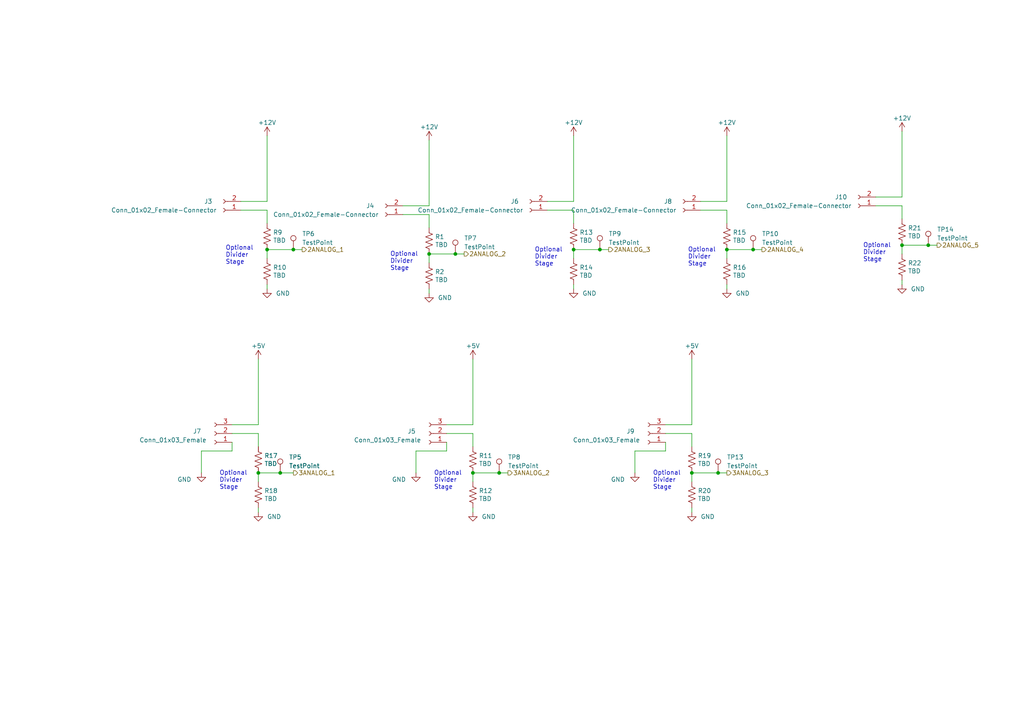
<source format=kicad_sch>
(kicad_sch (version 20231120) (generator "eeschema") (generator_version "8.0")
  (paper "A4")
  (title_block (title "Injector Sensor Hub "))
  (lib_symbols
    (symbol "Connector:Conn_01x02_Female" (pin_names (offset 1.016) hide)
      (property "Reference" "J" (at 0 2.54 0))
      (property "Value" "Conn_01x02_Female" (at 0 -5.08 0))
      (symbol "Conn_01x02_Female_1_1"
        (arc (start 0 -2.032) (mid -0.5058 -2.54) (end 0 -3.048) (stroke (width 0.1524)))
        (polyline (pts (xy -1.27 -2.54) (xy -0.508 -2.54)) (stroke (width 0.1524)))
        (polyline (pts (xy -1.27 0) (xy -0.508 0)) (stroke (width 0.1524)))
        (arc (start 0 0.508) (mid -0.5058 0) (end 0 -0.508) (stroke (width 0.1524)))
        (pin passive line (at -5.08 0 0) (length 3.81) (name "Pin_1") (number "1"))
        (pin passive line (at -5.08 -2.54 0) (length 3.81) (name "Pin_2") (number "2"))
      )
    )
    (symbol "Connector:Conn_01x03_Female" (pin_names (offset 1.016) hide)
      (property "Reference" "J" (at 0 5.08 0))
      (property "Value" "Conn_01x03_Female" (at 0 -5.08 0))
      (symbol "Conn_01x03_Female_1_1"
        (arc (start 0 -2.032) (mid -0.5058 -2.54) (end 0 -3.048) (stroke (width 0.1524)))
        (polyline (pts (xy -1.27 -2.54) (xy -0.508 -2.54)) (stroke (width 0.1524)))
        (polyline (pts (xy -1.27 0) (xy -0.508 0)) (stroke (width 0.1524)))
        (polyline (pts (xy -1.27 2.54) (xy -0.508 2.54)) (stroke (width 0.1524)))
        (arc (start 0 0.508) (mid -0.5058 0) (end 0 -0.508) (stroke (width 0.1524)))
        (arc (start 0 3.048) (mid -0.5058 2.54) (end 0 2.032) (stroke (width 0.1524)))
        (pin passive line (at -5.08 2.54 0) (length 3.81) (name "Pin_1") (number "1"))
        (pin passive line (at -5.08 0 0) (length 3.81) (name "Pin_2") (number "2"))
        (pin passive line (at -5.08 -2.54 0) (length 3.81) (name "Pin_3") (number "3"))
      )
    )
    (symbol "Connector:TestPoint" (pin_numbers hide) (pin_names (offset 0.762) hide)
      (property "Reference" "TP" (at 0 6.858 0))
      (property "Value" "TestPoint" (at 0 5.08 0))
      (symbol "TestPoint_0_1"
        (circle (center 0 3.302) (radius 0.762))
      )
      (symbol "TestPoint_1_1"
        (pin passive line (at 0 0 90) (length 2.54) (name "1") (number "1"))
      )
    )
    (symbol "Device:R_US" (pin_numbers hide) (pin_names (offset 0))
      (property "Reference" "R" (at 2.54 0 90))
      (property "Value" "R_US" (at -2.54 0 90))
      (symbol "R_US_0_1"
        (polyline (pts (xy 0 -2.286) (xy 0 -2.54)))
        (polyline (pts (xy 0 2.286) (xy 0 2.54)))
        (polyline (pts (xy 0 -0.762) (xy 1.016 -1.143) (xy 0 -1.524) (xy -1.016 -1.905) (xy 0 -2.286)))
        (polyline (pts (xy 0 0.762) (xy 1.016 0.381) (xy 0 0) (xy -1.016 -0.381) (xy 0 -0.762)))
        (polyline (pts (xy 0 2.286) (xy 1.016 1.905) (xy 0 1.524) (xy -1.016 1.143) (xy 0 0.762)))
      )
      (symbol "R_US_1_1"
        (pin passive line (at 0 3.81 270) (length 1.27) (name "~") (number "1"))
        (pin passive line (at 0 -3.81 90) (length 1.27) (name "~") (number "2"))
      )
    )
    (symbol "power:+12V" (power) (pin_names (offset 0))
      (property "Value" "+12V" (at 0 3.556 0))
      (symbol "+12V_0_1"
        (polyline (pts (xy -0.762 1.27) (xy 0 2.54)))
        (polyline (pts (xy 0 0) (xy 0 2.54)))
        (polyline (pts (xy 0 2.54) (xy 0.762 1.27)))
      )
      (symbol "+12V_1_1"
        (pin power_in line (at 0 0 90) (length 0) hide (name "+12V") (number "1"))
      )
    )
    (symbol "power:+5V" (power) (pin_names (offset 0))
      (property "Value" "+5V" (at 0 3.556 0))
      (symbol "+5V_0_1"
        (polyline (pts (xy -0.762 1.27) (xy 0 2.54)))
        (polyline (pts (xy 0 0) (xy 0 2.54)))
        (polyline (pts (xy 0 2.54) (xy 0.762 1.27)))
      )
      (symbol "+5V_1_1"
        (pin power_in line (at 0 0 90) (length 0) hide (name "+5V") (number "1"))
      )
    )
    (symbol "power:GND" (power) (pin_names (offset 0))
      (property "Value" "GND" (at 0 -3.81 0))
      (symbol "GND_0_1"
        (polyline (pts (xy 0 0) (xy 0 -1.27) (xy 1.27 -1.27) (xy 0 -2.54) (xy -1.27 -1.27) (xy 0 -1.27)))
      )
      (symbol "GND_1_1"
        (pin power_in line (at 0 0 270) (length 0) hide (name "GND") (number "1"))
      )
    )
  )
  (junction (at 85.09 72.39))
  (junction (at 269.24 71.12))
  (junction (at 261.62 71.12))
  (junction (at 200.66 137.16))
  (junction (at 132.08 73.66))
  (junction (at 74.93 137.16))
  (junction (at 173.99 72.39))
  (junction (at 124.46 73.66))
  (junction (at 210.82 72.39))
  (junction (at 81.28 137.16))
  (junction (at 166.37 72.39))
  (junction (at 144.78 137.16))
  (junction (at 77.47 72.39))
  (junction (at 218.44 72.39))
  (junction (at 137.16 137.16))
  (junction (at 208.28 137.16))
  (wire (pts (xy 254 57.15) (xy 261.62 57.15)))
  (wire (pts (xy 69.85 58.42) (xy 77.47 58.42)))
  (wire (pts (xy 77.47 82.55) (xy 77.47 83.82)))
  (wire (pts (xy 200.66 104.14) (xy 200.66 123.19)))
  (wire (pts (xy 261.62 59.69) (xy 261.62 63.5)))
  (wire (pts (xy 77.47 72.39) (xy 85.09 72.39)))
  (wire (pts (xy 137.16 147.32) (xy 137.16 148.59)))
  (wire (pts (xy 67.31 128.27) (xy 67.31 130.81)))
  (wire (pts (xy 137.16 104.14) (xy 137.16 123.19)))
  (wire (pts (xy 166.37 82.55) (xy 166.37 83.82)))
  (wire (pts (xy 67.31 130.81) (xy 58.42 130.81)))
  (wire (pts (xy 200.66 137.16) (xy 208.28 137.16)))
  (wire (pts (xy 203.2 60.96) (xy 210.82 60.96)))
  (wire (pts (xy 200.66 137.16) (xy 200.66 139.7)))
  (wire (pts (xy 74.93 137.16) (xy 81.28 137.16)))
  (wire (pts (xy 254 59.69) (xy 261.62 59.69)))
  (wire (pts (xy 200.66 125.73) (xy 200.66 129.54)))
  (wire (pts (xy 129.54 130.81) (xy 120.65 130.81)))
  (wire (pts (xy 261.62 38.1) (xy 261.62 57.15)))
  (wire (pts (xy 166.37 39.37) (xy 166.37 58.42)))
  (wire (pts (xy 129.54 123.19) (xy 137.16 123.19)))
  (wire (pts (xy 116.84 62.23) (xy 124.46 62.23)))
  (wire (pts (xy 193.04 128.27) (xy 193.04 130.81)))
  (wire (pts (xy 261.62 81.28) (xy 261.62 82.55)))
  (wire (pts (xy 200.66 147.32) (xy 200.66 148.59)))
  (wire (pts (xy 184.15 130.81) (xy 184.15 137.16)))
  (wire (pts (xy 74.93 125.73) (xy 74.93 129.54)))
  (wire (pts (xy 144.78 137.16) (xy 147.32 137.16)))
  (wire (pts (xy 210.82 60.96) (xy 210.82 64.77)))
  (wire (pts (xy 124.46 40.64) (xy 124.46 59.69)))
  (wire (pts (xy 81.28 137.16) (xy 85.09 137.16)))
  (wire (pts (xy 69.85 60.96) (xy 77.47 60.96)))
  (wire (pts (xy 124.46 83.82) (xy 124.46 85.09)))
  (wire (pts (xy 261.62 71.12) (xy 261.62 73.66)))
  (wire (pts (xy 210.82 72.39) (xy 210.82 74.93)))
  (wire (pts (xy 67.31 123.19) (xy 74.93 123.19)))
  (wire (pts (xy 166.37 60.96) (xy 166.37 64.77)))
  (wire (pts (xy 137.16 137.16) (xy 137.16 139.7)))
  (wire (pts (xy 58.42 130.81) (xy 58.42 137.16)))
  (wire (pts (xy 74.93 137.16) (xy 74.93 139.7)))
  (wire (pts (xy 85.09 72.39) (xy 87.63 72.39)))
  (wire (pts (xy 77.47 39.37) (xy 77.47 58.42)))
  (wire (pts (xy 158.75 58.42) (xy 166.37 58.42)))
  (wire (pts (xy 166.37 72.39) (xy 173.99 72.39)))
  (wire (pts (xy 158.75 60.96) (xy 166.37 60.96)))
  (wire (pts (xy 269.24 71.12) (xy 271.78 71.12)))
  (wire (pts (xy 203.2 58.42) (xy 210.82 58.42)))
  (wire (pts (xy 193.04 130.81) (xy 184.15 130.81)))
  (wire (pts (xy 116.84 59.69) (xy 124.46 59.69)))
  (wire (pts (xy 210.82 39.37) (xy 210.82 58.42)))
  (wire (pts (xy 208.28 137.16) (xy 210.82 137.16)))
  (wire (pts (xy 120.65 130.81) (xy 120.65 137.16)))
  (wire (pts (xy 129.54 125.73) (xy 137.16 125.73)))
  (wire (pts (xy 261.62 71.12) (xy 269.24 71.12)))
  (wire (pts (xy 77.47 60.96) (xy 77.47 64.77)))
  (wire (pts (xy 129.54 128.27) (xy 129.54 130.81)))
  (wire (pts (xy 137.16 137.16) (xy 144.78 137.16)))
  (wire (pts (xy 67.31 125.73) (xy 74.93 125.73)))
  (wire (pts (xy 124.46 73.66) (xy 124.46 76.2)))
  (wire (pts (xy 193.04 125.73) (xy 200.66 125.73)))
  (wire (pts (xy 132.08 73.66) (xy 134.62 73.66)))
  (wire (pts (xy 124.46 73.66) (xy 132.08 73.66)))
  (wire (pts (xy 74.93 104.14) (xy 74.93 123.19)))
  (wire (pts (xy 124.46 62.23) (xy 124.46 66.04)))
  (wire (pts (xy 210.82 82.55) (xy 210.82 83.82)))
  (wire (pts (xy 210.82 72.39) (xy 218.44 72.39)))
  (wire (pts (xy 137.16 125.73) (xy 137.16 129.54)))
  (wire (pts (xy 77.47 72.39) (xy 77.47 74.93)))
  (wire (pts (xy 74.93 147.32) (xy 74.93 148.59)))
  (wire (pts (xy 173.99 72.39) (xy 176.53 72.39)))
  (wire (pts (xy 193.04 123.19) (xy 200.66 123.19)))
  (wire (pts (xy 166.37 72.39) (xy 166.37 74.93)))
  (wire (pts (xy 218.44 72.39) (xy 220.98 72.39)))
  (text "Optional\nDivider \nStage" (at 125.857 142.113 0) (effects (font (size 1.27 1.27)) (justify left bottom)))
  (text "Optional\nDivider \nStage" (at 189.357 142.113 0) (effects (font (size 1.27 1.27)) (justify left bottom)))
  (text "Optional\nDivider \nStage" (at 65.405 76.835 0) (effects (font (size 1.27 1.27)) (justify left bottom)))
  (text "Optional\nDivider \nStage" (at 155.067 77.343 0) (effects (font (size 1.27 1.27)) (justify left bottom)))
  (text "Optional\nDivider \nStage" (at 63.627 142.113 0) (effects (font (size 1.27 1.27)) (justify left bottom)))
  (text "Optional\nDivider \nStage" (at 199.517 77.343 0) (effects (font (size 1.27 1.27)) (justify left bottom)))
  (text "Optional\nDivider \nStage" (at 113.157 78.613 0) (effects (font (size 1.27 1.27)) (justify left bottom)))
  (text "Optional\nDivider \nStage" (at 250.317 76.073 0) (effects (font (size 1.27 1.27)) (justify left bottom)))
  (hierarchical_label "3ANALOG_1" (shape output) (at 85.09 137.16 0))
  (hierarchical_label "2ANALOG_3" (shape output) (at 176.53 72.39 0))
  (hierarchical_label "3ANALOG_3" (shape output) (at 210.82 137.16 0))
  (hierarchical_label "2ANALOG_1" (shape output) (at 87.63 72.39 0))
  (hierarchical_label "2ANALOG_4" (shape output) (at 220.98 72.39 0))
  (hierarchical_label "2ANALOG_2" (shape output) (at 134.62 73.66 0))
  (hierarchical_label "2ANALOG_5" (shape output) (at 271.78 71.12 0))
  (hierarchical_label "3ANALOG_2" (shape output) (at 147.32 137.16 0))
  (symbol (lib_id "power:+12V") (at 210.82 39.37 0) (unit 1)
    (property "Reference" "#PWR031" (effects (hide yes)))
    (property "Value" "+12V" (at 210.82 35.56 0))
  )
  (symbol (lib_id "Device:R_US") (at 74.93 133.35 0) (unit 1)
    (property "Reference" "R17" (at 76.6572 132.1816 0) (effects (justify left)))
    (property "Value" "TBD" (at 76.6572 134.493 0) (effects (justify left)))
    (property "Footprint" "Resistor_SMD:R_0805_2012Metric_Pad1.20x1.40mm_HandSolder" (effects (hide yes)))
  )
  (symbol (lib_id "Connector:Conn_01x02_Female") (at 64.77 60.96 180) (unit 1)
    (property "Reference" "J3" (at 61.595 58.42 0) (effects (justify left)))
    (property "Value" "Conn_01x02_Female-Connector" (at 62.865 60.96 0) (effects (justify left)))
    (property "Footprint" "Connector_JST:JST_PH_S2B-PH-K_1x02_P2.00mm_Horizontal" (effects (hide yes)))
  )
  (symbol (lib_id "power:GND") (at 74.93 148.59 0) (mirror y) (unit 1)
    (property "Reference" "#PWR045" (effects (hide yes)))
    (property "Value" "GND" (at 77.47 149.8599 0) (effects (justify right)))
  )
  (symbol (lib_id "power:GND") (at 200.66 148.59 0) (mirror y) (unit 1)
    (property "Reference" "#PWR038" (effects (hide yes)))
    (property "Value" "GND" (at 203.2 149.8599 0) (effects (justify right)))
  )
  (symbol (lib_id "power:GND") (at 166.37 83.82 0) (mirror y) (unit 1)
    (property "Reference" "#PWR030" (effects (hide yes)))
    (property "Value" "GND" (at 168.91 85.0899 0) (effects (justify right)))
  )
  (symbol (lib_id "Connector:TestPoint") (at 269.24 71.12 0) (unit 1)
    (property "Reference" "TP14" (at 271.78 66.5479 0) (effects (justify left)))
    (property "Value" "TestPoint" (at 271.78 69.0879 0) (effects (justify left)))
    (property "Footprint" "TestPoint:TestPoint_Keystone_5005-5009_Compact" (effects (hide yes)))
    (property "Description" "test point" (effects (hide yes)))
  )
  (symbol (lib_id "Device:R_US") (at 124.46 80.01 0) (unit 1)
    (property "Reference" "R2" (at 126.1872 78.8416 0) (effects (justify left)))
    (property "Value" "TBD" (at 126.1872 81.153 0) (effects (justify left)))
    (property "Footprint" "Resistor_SMD:R_0805_2012Metric_Pad1.20x1.40mm_HandSolder" (effects (hide yes)))
  )
  (symbol (lib_id "power:GND") (at 261.62 82.55 0) (mirror y) (unit 1)
    (property "Reference" "#PWR040" (effects (hide yes)))
    (property "Value" "GND" (at 264.16 83.8199 0) (effects (justify right)))
  )
  (symbol (lib_id "Connector:Conn_01x03_Female") (at 124.46 125.73 180) (unit 1)
    (property "Reference" "J5" (at 119.38 125.095 0))
    (property "Value" "Conn_01x03_Female" (at 112.395 127.635 0))
    (property "Footprint" "Connector_JST:JST_PH_S3B-PH-K_1x03_P2.00mm_Horizontal" (effects (hide yes)))
  )
  (symbol (lib_id "power:+5V") (at 200.66 104.14 0) (unit 1)
    (property "Reference" "#PWR037" (effects (hide yes)))
    (property "Value" "+5V" (at 200.66 100.33 0))
  )
  (symbol (lib_id "Device:R_US") (at 77.47 68.58 0) (unit 1)
    (property "Reference" "R9" (at 79.1972 67.4116 0) (effects (justify left)))
    (property "Value" "TBD" (at 79.1972 69.723 0) (effects (justify left)))
    (property "Footprint" "Resistor_SMD:R_0805_2012Metric_Pad1.20x1.40mm_HandSolder" (effects (hide yes)))
  )
  (symbol (lib_id "power:GND") (at 120.65 137.16 0) (mirror y) (unit 1)
    (property "Reference" "#PWR01" (effects (hide yes)))
    (property "Value" "GND" (at 113.665 139.065 0) (effects (justify right)))
  )
  (symbol (lib_id "Device:R_US") (at 124.46 69.85 0) (unit 1)
    (property "Reference" "R1" (at 126.1872 68.6816 0) (effects (justify left)))
    (property "Value" "TBD" (at 126.1872 70.993 0) (effects (justify left)))
    (property "Footprint" "Resistor_SMD:R_0805_2012Metric_Pad1.20x1.40mm_HandSolder" (effects (hide yes)))
  )
  (symbol (lib_id "Connector:Conn_01x02_Female") (at 248.92 59.69 180) (unit 1)
    (property "Reference" "J10" (at 245.745 57.15 0) (effects (justify left)))
    (property "Value" "Conn_01x02_Female-Connector" (at 247.015 59.69 0) (effects (justify left)))
    (property "Footprint" "Connector_JST:JST_PH_S2B-PH-K_1x02_P2.00mm_Horizontal" (effects (hide yes)))
  )
  (symbol (lib_id "Device:R_US") (at 210.82 68.58 0) (unit 1)
    (property "Reference" "R15" (at 212.5472 67.4116 0) (effects (justify left)))
    (property "Value" "TBD" (at 212.5472 69.723 0) (effects (justify left)))
    (property "Footprint" "Resistor_SMD:R_0805_2012Metric_Pad1.20x1.40mm_HandSolder" (effects (hide yes)))
  )
  (symbol (lib_id "power:GND") (at 58.42 137.16 0) (mirror y) (unit 1)
    (property "Reference" "#PWR042" (effects (hide yes)))
    (property "Value" "GND" (at 51.435 139.065 0) (effects (justify right)))
  )
  (symbol (lib_id "power:GND") (at 77.47 83.82 0) (mirror y) (unit 1)
    (property "Reference" "#PWR028" (effects (hide yes)))
    (property "Value" "GND" (at 80.01 85.0899 0) (effects (justify right)))
  )
  (symbol (lib_id "Connector:Conn_01x02_Female") (at 198.12 60.96 180) (unit 1)
    (property "Reference" "J8" (at 194.945 58.42 0) (effects (justify left)))
    (property "Value" "Conn_01x02_Female-Connector" (at 196.215 60.96 0) (effects (justify left)))
    (property "Footprint" "Connector_JST:JST_PH_S2B-PH-K_1x02_P2.00mm_Horizontal" (effects (hide yes)))
  )
  (symbol (lib_id "power:GND") (at 210.82 83.82 0) (mirror y) (unit 1)
    (property "Reference" "#PWR032" (effects (hide yes)))
    (property "Value" "GND" (at 213.36 85.0899 0) (effects (justify right)))
  )
  (symbol (lib_id "Connector:TestPoint") (at 218.44 72.39 0) (unit 1)
    (property "Reference" "TP10" (at 220.98 67.8179 0) (effects (justify left)))
    (property "Value" "TestPoint" (at 220.98 70.3579 0) (effects (justify left)))
    (property "Footprint" "TestPoint:TestPoint_Keystone_5005-5009_Compact" (effects (hide yes)))
    (property "Description" "test point" (effects (hide yes)))
  )
  (symbol (lib_id "Connector:TestPoint") (at 208.28 137.16 0) (unit 1)
    (property "Reference" "TP13" (at 210.82 132.5879 0) (effects (justify left)))
    (property "Value" "TestPoint" (at 210.82 135.1279 0) (effects (justify left)))
    (property "Footprint" "TestPoint:TestPoint_Keystone_5005-5009_Compact" (effects (hide yes)))
    (property "Description" "test point" (effects (hide yes)))
  )
  (symbol (lib_id "Connector:TestPoint") (at 85.09 72.39 0) (unit 1)
    (property "Reference" "TP6" (at 87.63 67.8179 0) (effects (justify left)))
    (property "Value" "TestPoint" (at 87.63 70.3579 0) (effects (justify left)))
    (property "Footprint" "TestPoint:TestPoint_Keystone_5005-5009_Compact" (effects (hide yes)))
    (property "Description" "test point" (effects (hide yes)))
  )
  (symbol (lib_id "Connector:TestPoint") (at 132.08 73.66 0) (unit 1)
    (property "Reference" "TP7" (at 134.62 69.0879 0) (effects (justify left)))
    (property "Value" "TestPoint" (at 134.62 71.6279 0) (effects (justify left)))
    (property "Footprint" "TestPoint:TestPoint_Keystone_5005-5009_Compact" (effects (hide yes)))
    (property "Description" "test point" (effects (hide yes)))
  )
  (symbol (lib_id "Connector:Conn_01x02_Female") (at 111.76 62.23 180) (unit 1)
    (property "Reference" "J4" (at 108.585 59.69 0) (effects (justify left)))
    (property "Value" "Conn_01x02_Female-Connector" (at 109.855 62.23 0) (effects (justify left)))
    (property "Footprint" "Connector_JST:JST_PH_S2B-PH-K_1x02_P2.00mm_Horizontal" (effects (hide yes)))
  )
  (symbol (lib_id "Connector:TestPoint") (at 81.28 137.16 0) (unit 1)
    (property "Reference" "TP5" (at 83.82 132.5879 0) (effects (justify left)))
    (property "Value" "TestPoint" (at 83.82 135.1279 0) (effects (justify left)))
    (property "Footprint" "TestPoint:TestPoint_Keystone_5005-5009_Compact" (effects (hide yes)))
    (property "Description" "test point" (effects (hide yes)))
  )
  (symbol (lib_id "Connector:TestPoint") (at 144.78 137.16 0) (unit 1)
    (property "Reference" "TP8" (at 147.32 132.5879 0) (effects (justify left)))
    (property "Value" "TestPoint" (at 147.32 135.1279 0) (effects (justify left)))
    (property "Footprint" "TestPoint:TestPoint_Keystone_5005-5009_Compact" (effects (hide yes)))
    (property "Description" "test point" (effects (hide yes)))
  )
  (symbol (lib_id "Device:R_US") (at 200.66 133.35 0) (unit 1)
    (property "Reference" "R19" (at 202.3872 132.1816 0) (effects (justify left)))
    (property "Value" "TBD" (at 202.3872 134.493 0) (effects (justify left)))
    (property "Footprint" "Resistor_SMD:R_0805_2012Metric_Pad1.20x1.40mm_HandSolder" (effects (hide yes)))
  )
  (symbol (lib_id "Device:R_US") (at 74.93 143.51 0) (unit 1)
    (property "Reference" "R18" (at 76.6572 142.3416 0) (effects (justify left)))
    (property "Value" "TBD" (at 76.6572 144.653 0) (effects (justify left)))
    (property "Footprint" "Resistor_SMD:R_0805_2012Metric_Pad1.20x1.40mm_HandSolder" (effects (hide yes)))
  )
  (symbol (lib_id "Device:R_US") (at 166.37 68.58 0) (unit 1)
    (property "Reference" "R13" (at 168.0972 67.4116 0) (effects (justify left)))
    (property "Value" "TBD" (at 168.0972 69.723 0) (effects (justify left)))
    (property "Footprint" "Resistor_SMD:R_0805_2012Metric_Pad1.20x1.40mm_HandSolder" (effects (hide yes)))
  )
  (symbol (lib_id "Device:R_US") (at 137.16 133.35 0) (unit 1)
    (property "Reference" "R11" (at 138.8872 132.1816 0) (effects (justify left)))
    (property "Value" "TBD" (at 138.8872 134.493 0) (effects (justify left)))
    (property "Footprint" "Resistor_SMD:R_0805_2012Metric_Pad1.20x1.40mm_HandSolder" (effects (hide yes)))
  )
  (symbol (lib_id "Device:R_US") (at 261.62 67.31 0) (unit 1)
    (property "Reference" "R21" (at 263.3472 66.1416 0) (effects (justify left)))
    (property "Value" "TBD" (at 263.3472 68.453 0) (effects (justify left)))
    (property "Footprint" "Resistor_SMD:R_0805_2012Metric_Pad1.20x1.40mm_HandSolder" (effects (hide yes)))
  )
  (symbol (lib_id "Device:R_US") (at 166.37 78.74 0) (unit 1)
    (property "Reference" "R14" (at 168.0972 77.5716 0) (effects (justify left)))
    (property "Value" "TBD" (at 168.0972 79.883 0) (effects (justify left)))
    (property "Footprint" "Resistor_SMD:R_0805_2012Metric_Pad1.20x1.40mm_HandSolder" (effects (hide yes)))
  )
  (symbol (lib_id "Device:R_US") (at 200.66 143.51 0) (unit 1)
    (property "Reference" "R20" (at 202.3872 142.3416 0) (effects (justify left)))
    (property "Value" "TBD" (at 202.3872 144.653 0) (effects (justify left)))
    (property "Footprint" "Resistor_SMD:R_0805_2012Metric_Pad1.20x1.40mm_HandSolder" (effects (hide yes)))
  )
  (symbol (lib_id "Connector:Conn_01x03_Female") (at 62.23 125.73 180) (unit 1)
    (property "Reference" "J7" (at 57.15 125.095 0))
    (property "Value" "Conn_01x03_Female" (at 50.165 127.635 0))
    (property "Footprint" "Connector_JST:JST_PH_S3B-PH-K_1x03_P2.00mm_Horizontal" (effects (hide yes)))
  )
  (symbol (lib_id "Device:R_US") (at 210.82 78.74 0) (unit 1)
    (property "Reference" "R16" (at 212.5472 77.5716 0) (effects (justify left)))
    (property "Value" "TBD" (at 212.5472 79.883 0) (effects (justify left)))
    (property "Footprint" "Resistor_SMD:R_0805_2012Metric_Pad1.20x1.40mm_HandSolder" (effects (hide yes)))
  )
  (symbol (lib_id "Device:R_US") (at 137.16 143.51 0) (unit 1)
    (property "Reference" "R12" (at 138.8872 142.3416 0) (effects (justify left)))
    (property "Value" "TBD" (at 138.8872 144.653 0) (effects (justify left)))
    (property "Footprint" "Resistor_SMD:R_0805_2012Metric_Pad1.20x1.40mm_HandSolder" (effects (hide yes)))
  )
  (symbol (lib_id "power:+5V") (at 74.93 104.14 0) (unit 1)
    (property "Reference" "#PWR044" (effects (hide yes)))
    (property "Value" "+5V" (at 74.93 100.33 0))
  )
  (symbol (lib_id "power:+12V") (at 166.37 39.37 0) (unit 1)
    (property "Reference" "#PWR029" (effects (hide yes)))
    (property "Value" "+12V" (at 166.37 35.56 0))
  )
  (symbol (lib_id "power:+5V") (at 137.16 104.14 0) (unit 1)
    (property "Reference" "#PWR02" (effects (hide yes)))
    (property "Value" "+5V" (at 137.16 100.33 0))
  )
  (symbol (lib_id "Connector:Conn_01x03_Female") (at 187.96 125.73 180) (unit 1)
    (property "Reference" "J9" (at 182.88 125.095 0))
    (property "Value" "Conn_01x03_Female" (at 175.895 127.635 0))
    (property "Footprint" "Connector_JST:JST_PH_S3B-PH-K_1x03_P2.00mm_Horizontal" (effects (hide yes)))
  )
  (symbol (lib_id "Device:R_US") (at 261.62 77.47 0) (unit 1)
    (property "Reference" "R22" (at 263.3472 76.3016 0) (effects (justify left)))
    (property "Value" "TBD" (at 263.3472 78.613 0) (effects (justify left)))
    (property "Footprint" "Resistor_SMD:R_0805_2012Metric_Pad1.20x1.40mm_HandSolder" (effects (hide yes)))
  )
  (symbol (lib_id "Connector:Conn_01x02_Female") (at 153.67 60.96 180) (unit 1)
    (property "Reference" "J6" (at 150.495 58.42 0) (effects (justify left)))
    (property "Value" "Conn_01x02_Female-Connector" (at 151.765 60.96 0) (effects (justify left)))
    (property "Footprint" "Connector_JST:JST_PH_S2B-PH-K_1x02_P2.00mm_Horizontal" (effects (hide yes)))
  )
  (symbol (lib_id "power:+12V") (at 124.46 40.64 0) (unit 1)
    (property "Reference" "#PWR025" (effects (hide yes)))
    (property "Value" "+12V" (at 124.46 36.83 0))
  )
  (symbol (lib_id "Connector:TestPoint") (at 173.99 72.39 0) (unit 1)
    (property "Reference" "TP9" (at 176.53 67.8179 0) (effects (justify left)))
    (property "Value" "TestPoint" (at 176.53 70.3579 0) (effects (justify left)))
    (property "Footprint" "TestPoint:TestPoint_Keystone_5005-5009_Compact" (effects (hide yes)))
    (property "Description" "test point" (effects (hide yes)))
  )
  (symbol (lib_id "power:GND") (at 124.46 85.09 0) (mirror y) (unit 1)
    (property "Reference" "#PWR027" (effects (hide yes)))
    (property "Value" "GND" (at 127 86.3599 0) (effects (justify right)))
  )
  (symbol (lib_id "power:GND") (at 137.16 148.59 0) (mirror y) (unit 1)
    (property "Reference" "#PWR033" (effects (hide yes)))
    (property "Value" "GND" (at 139.7 149.8599 0) (effects (justify right)))
  )
  (symbol (lib_id "Device:R_US") (at 77.47 78.74 0) (unit 1)
    (property "Reference" "R10" (at 79.1972 77.5716 0) (effects (justify left)))
    (property "Value" "TBD" (at 79.1972 79.883 0) (effects (justify left)))
    (property "Footprint" "Resistor_SMD:R_0805_2012Metric_Pad1.20x1.40mm_HandSolder" (effects (hide yes)))
  )
  (symbol (lib_id "power:+12V") (at 77.47 39.37 0) (unit 1)
    (property "Reference" "#PWR026" (effects (hide yes)))
    (property "Value" "+12V" (at 77.47 35.56 0))
  )
  (symbol (lib_id "power:GND") (at 184.15 137.16 0) (mirror y) (unit 1)
    (property "Reference" "#PWR036" (effects (hide yes)))
    (property "Value" "GND" (at 177.165 139.065 0) (effects (justify right)))
  )
  (symbol (lib_id "power:+12V") (at 261.62 38.1 0) (unit 1)
    (property "Reference" "#PWR039" (effects (hide yes)))
    (property "Value" "+12V" (at 261.62 34.29 0))
  )
)
</source>
